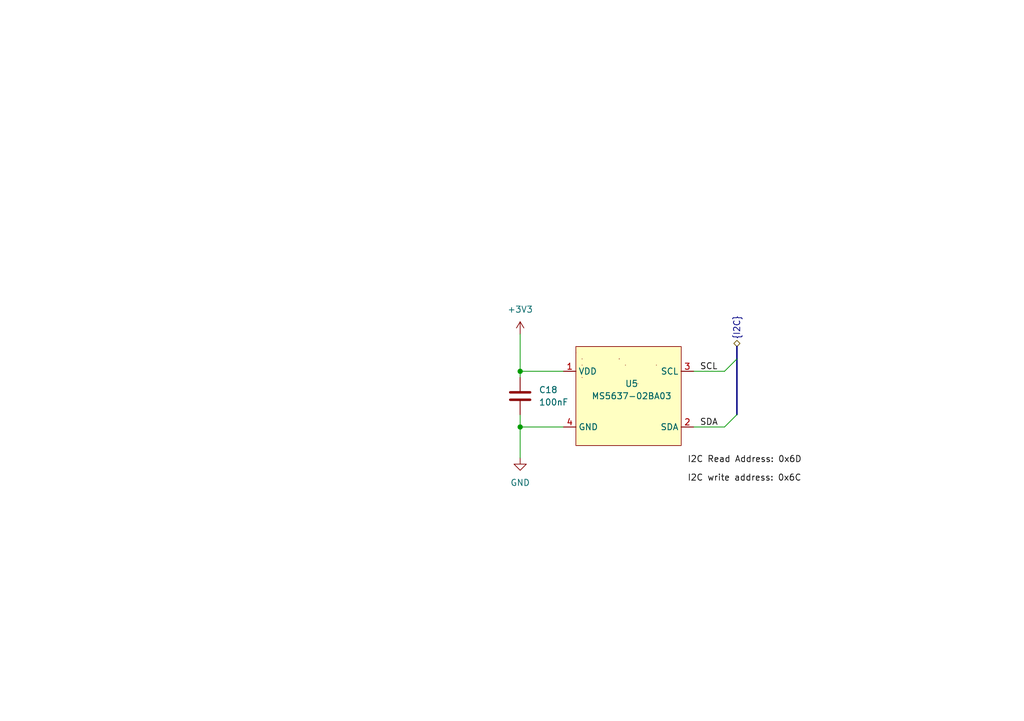
<source format=kicad_sch>
(kicad_sch (version 20230121) (generator eeschema)
  (paper "A5")
  (title_block (title "Phoenix Barometer"))
  (lib_symbols
    (symbol "Device:C" (pin_numbers hide) (pin_names (offset 0.254))
      (property "Reference" "C" (at 0.635 2.54 0))
      (property "Value" "C" (at 0.635 -2.54 0))
      (symbol "C_0_1"
        (polyline (pts (xy -2.032 -0.762) (xy 2.032 -0.762)) (stroke (width 0.508)))
        (polyline (pts (xy -2.032 0.762) (xy 2.032 0.762)) (stroke (width 0.508)))
      )
      (symbol "C_1_1"
        (pin passive line (at 0 3.81 270) (length 2.794) (name "~") (number "1"))
        (pin passive line (at 0 -3.81 90) (length 2.794) (name "~") (number "2"))
      )
    )
    (symbol "Sensor:MS5637-02BA03"
      (property "Reference" "U5" (at 2.54 -8.89 0))
      (property "Value" "MS5637-02BA03" (at 2.54 -11.43 0))
      (symbol "MS5637-02BA03_0_1"
        (rectangle (start -8.89 -2.54) (end -8.89 -2.54))
        (rectangle (start -8.89 -1.27) (end 12.7 -21.59) (fill (type background)))
        (rectangle (start -7.62 -7.62) (end -7.62 -7.62))
        (rectangle (start -7.62 -5.08) (end -7.62 -5.08))
        (rectangle (start -7.62 -3.81) (end -7.62 -3.81))
        (rectangle (start 0 -3.81) (end 0 -3.81))
        (rectangle (start 0 -3.81) (end 0 -3.81))
        (polyline (pts (xy -8.89 -3.81) (xy -8.89 -3.81)))
        (polyline (pts (xy -3.81 -8.89) (xy -3.81 -8.89)))
        (polyline (pts (xy 0 -3.81) (xy 0 -3.81)))
        (polyline (pts (xy 5.08 -10.16) (xy 5.08 -10.16)))
        (polyline (pts (xy 5.08 -10.16) (xy 5.08 -10.16)))
        (polyline (pts (xy 19.05 -6.35) (xy 19.05 -6.35)))
        (rectangle (start 1.27 -5.08) (end 1.27 -5.08))
        (rectangle (start 3.81 -8.89) (end 3.81 -8.89))
        (rectangle (start 7.62 -5.08) (end 7.62 -5.08))
        (rectangle (start 12.7 -6.35) (end 12.7 -6.35))
      )
      (symbol "MS5637-02BA03_1_1"
        (pin input line (at -11.43 -6.35 0) (length 2.54) (name "VDD") (number "1"))
        (pin bidirectional line (at 15.24 -17.78 180) (length 2.54) (name "SDA") (number "2"))
        (pin input line (at 15.24 -6.35 180) (length 2.54) (name "SCL") (number "3"))
        (pin input line (at -11.43 -17.78 0) (length 2.54) (name "GND") (number "4"))
      )
    )
    (symbol "power:+3V3" (power) (pin_names (offset 0))
      (property "Value" "+3V3" (at 0 3.556 0))
      (symbol "+3V3_0_1"
        (polyline (pts (xy -0.762 1.27) (xy 0 2.54)))
        (polyline (pts (xy 0 0) (xy 0 2.54)))
        (polyline (pts (xy 0 2.54) (xy 0.762 1.27)))
      )
      (symbol "+3V3_1_1"
        (pin power_in line (at 0 0 90) (length 0) hide (name "+3V3") (number "1"))
      )
    )
    (symbol "power:GND" (power) (pin_names (offset 0))
      (property "Value" "GND" (at 0 -3.81 0))
      (symbol "GND_0_1"
        (polyline (pts (xy 0 0) (xy 0 -1.27) (xy 1.27 -1.27) (xy 0 -2.54) (xy -1.27 -1.27) (xy 0 -1.27)))
      )
      (symbol "GND_1_1"
        (pin power_in line (at 0 0 270) (length 0) hide (name "GND") (number "1"))
      )
    )
  )
  (junction (at 106.68 76.2))
  (junction (at 106.68 87.63))
  (bus_entry (at 151.13 85.09) (size -2.54 2.54))
  (bus_entry (at 151.13 73.66) (size -2.54 2.54))
  (wire (pts (xy 142.24 76.2) (xy 148.59 76.2)))
  (wire (pts (xy 115.57 87.63) (xy 106.68 87.63)))
  (wire (pts (xy 106.68 87.63) (xy 106.68 93.98)))
  (bus (pts (xy 151.13 73.66) (xy 151.13 85.09)))
  (wire (pts (xy 142.24 87.63) (xy 148.59 87.63)))
  (bus (pts (xy 151.13 71.12) (xy 151.13 73.66)))
  (wire (pts (xy 115.57 76.2) (xy 106.68 76.2)))
  (wire (pts (xy 106.68 85.09) (xy 106.68 87.63)))
  (wire (pts (xy 106.68 76.2) (xy 106.68 77.47)))
  (wire (pts (xy 106.68 76.2) (xy 106.68 68.58)))
  (label "SCL" (at 143.51 76.2 0))
  (label "I2C write address: 0x6C" (at 140.97 99.06 0))
  (label "SDA" (at 143.51 87.63 0))
  (label "I2C Read Address: 0x6D" (at 140.97 95.25 0))
  (hierarchical_label "{I2C}" (shape bidirectional) (at 151.13 71.12 90))
  (symbol (lib_id "power:+3V3") (at 106.68 68.58 0) (unit 1)
    (property "Reference" "#PWR038" (effects hide))
    (property "Value" "+3V3" (at 106.68 63.5 0))
  )
  (symbol (lib_id "Sensor:MS5637-02BA03") (at 127 69.85 0) (unit 1)
    (property "Reference" "U5" (at 129.54 78.74 0))
    (property "Value" "MS5637-02BA03" (at 129.54 81.28 0))
    (property "Footprint" "YAR_Sensors:MS5637_1" (effects hide))
  )
  (symbol (lib_id "Device:C") (at 106.68 81.28 0) (unit 1)
    (property "Reference" "C18" (at 110.49 80.0099 0) (effects (justify left)))
    (property "Value" "100nF" (at 110.49 82.5499 0) (effects (justify left)))
    (property "Footprint" "Capacitor_SMD:C_0603_1608Metric" (effects hide))
  )
  (symbol (lib_id "power:GND") (at 106.68 93.98 0) (unit 1)
    (property "Reference" "#PWR039" (effects hide))
    (property "Value" "GND" (at 106.68 99.06 0))
  )
)
</source>
